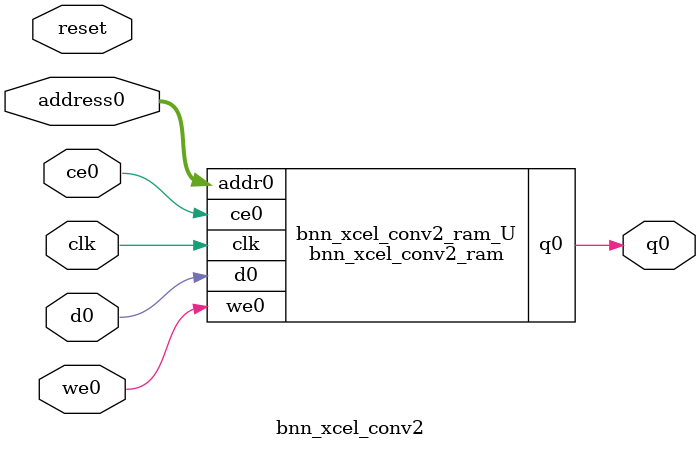
<source format=v>
`timescale 1 ns / 1 ps
module bnn_xcel_conv2_ram (addr0, ce0, d0, we0, q0,  clk);

parameter DWIDTH = 1;
parameter AWIDTH = 11;
parameter MEM_SIZE = 2048;

input[AWIDTH-1:0] addr0;
input ce0;
input[DWIDTH-1:0] d0;
input we0;
output reg[DWIDTH-1:0] q0;
input clk;

(* ram_style = "block" *)reg [DWIDTH-1:0] ram[0:MEM_SIZE-1];




always @(posedge clk)  
begin 
    if (ce0) begin
        if (we0) 
            ram[addr0] <= d0; 
        q0 <= ram[addr0];
    end
end


endmodule

`timescale 1 ns / 1 ps
module bnn_xcel_conv2(
    reset,
    clk,
    address0,
    ce0,
    we0,
    d0,
    q0);

parameter DataWidth = 32'd1;
parameter AddressRange = 32'd2048;
parameter AddressWidth = 32'd11;
input reset;
input clk;
input[AddressWidth - 1:0] address0;
input ce0;
input we0;
input[DataWidth - 1:0] d0;
output[DataWidth - 1:0] q0;



bnn_xcel_conv2_ram bnn_xcel_conv2_ram_U(
    .clk( clk ),
    .addr0( address0 ),
    .ce0( ce0 ),
    .we0( we0 ),
    .d0( d0 ),
    .q0( q0 ));

endmodule


</source>
